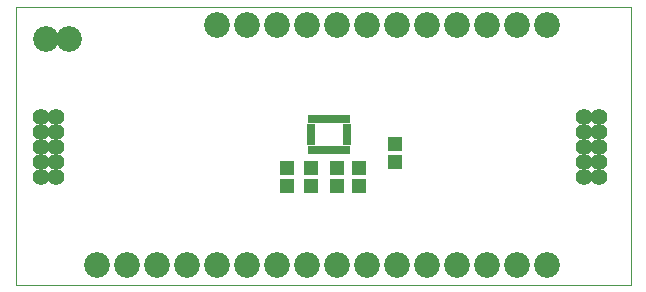
<source format=gbr>
G04 #@! TF.FileFunction,Soldermask,Top*
%FSLAX46Y46*%
G04 Gerber Fmt 4.6, Leading zero omitted, Abs format (unit mm)*
G04 Created by KiCad (PCBNEW 4.0.3-stable) date 10/04/17 18:30:17*
%MOMM*%
%LPD*%
G01*
G04 APERTURE LIST*
%ADD10C,0.152400*%
%ADD11C,0.025400*%
%ADD12C,2.178000*%
%ADD13R,1.150000X1.200000*%
%ADD14R,0.630000X0.750000*%
%ADD15R,0.750000X0.630000*%
%ADD16C,1.416000*%
G04 APERTURE END LIST*
D10*
D11*
X200025000Y-81915000D02*
X147955000Y-81915000D01*
X200025000Y-105410000D02*
X200025000Y-81915000D01*
X147955000Y-105410000D02*
X200025000Y-105410000D01*
X147955000Y-81915000D02*
X147955000Y-105410000D01*
D12*
X154851100Y-103733600D03*
X157391100Y-103733600D03*
X159931100Y-103733600D03*
X162471100Y-103733600D03*
X165011100Y-103733600D03*
X167551100Y-103733600D03*
X170091100Y-103733600D03*
X172631100Y-103733600D03*
X175171100Y-103733600D03*
X177711100Y-103733600D03*
X180251100Y-103733600D03*
X182791100Y-103733600D03*
X185331100Y-103733600D03*
X187871100Y-103733600D03*
X190411100Y-103733600D03*
X192951100Y-103733600D03*
X192951100Y-83413600D03*
X190411100Y-83413600D03*
X187871100Y-83413600D03*
X185331100Y-83413600D03*
X182791100Y-83413600D03*
X180251100Y-83413600D03*
X177711100Y-83413600D03*
X175171100Y-83413600D03*
X172631100Y-83413600D03*
X170091100Y-83413600D03*
X167551100Y-83413600D03*
X165011100Y-83413600D03*
D13*
X172974000Y-97016000D03*
X172974000Y-95516000D03*
X175133000Y-97016000D03*
X175133000Y-95516000D03*
X177038000Y-95516000D03*
X177038000Y-97016000D03*
X170942000Y-95516000D03*
X170942000Y-97016000D03*
X180086000Y-94984000D03*
X180086000Y-93484000D03*
D14*
X176022000Y-93980000D03*
X173012100Y-93980000D03*
D15*
X176022000Y-93335000D03*
D14*
X176022000Y-91400000D03*
D15*
X173012000Y-92045000D03*
X176022000Y-92905000D03*
X176022000Y-92475000D03*
X176022000Y-92045000D03*
D14*
X175592000Y-91400000D03*
X175162000Y-91400000D03*
X174732000Y-91400000D03*
X174302000Y-91400000D03*
X173872000Y-91400000D03*
X173442000Y-91400000D03*
X173012000Y-91400000D03*
D15*
X173012000Y-92475000D03*
X173012000Y-92905000D03*
X173012000Y-93335000D03*
D14*
X173442000Y-93980000D03*
X173872000Y-93980000D03*
X174302000Y-93980000D03*
X174732000Y-93980000D03*
X175162000Y-93980000D03*
X175592000Y-93980000D03*
D16*
X197358000Y-96266000D03*
X196088000Y-96266000D03*
X197358000Y-94996000D03*
X196088000Y-94996000D03*
X197358000Y-93726000D03*
X196088000Y-93726000D03*
X197358000Y-92456000D03*
X196088000Y-92456000D03*
X197358000Y-91186000D03*
X196088000Y-91186000D03*
X151384000Y-96266000D03*
X150114000Y-96266000D03*
X151384000Y-94996000D03*
X150114000Y-94996000D03*
X151384000Y-93726000D03*
X150114000Y-93726000D03*
X151384000Y-92456000D03*
X150114000Y-92456000D03*
X151384000Y-91186000D03*
X150114000Y-91186000D03*
D12*
X150495000Y-84582000D03*
X152494996Y-84582000D03*
M02*

</source>
